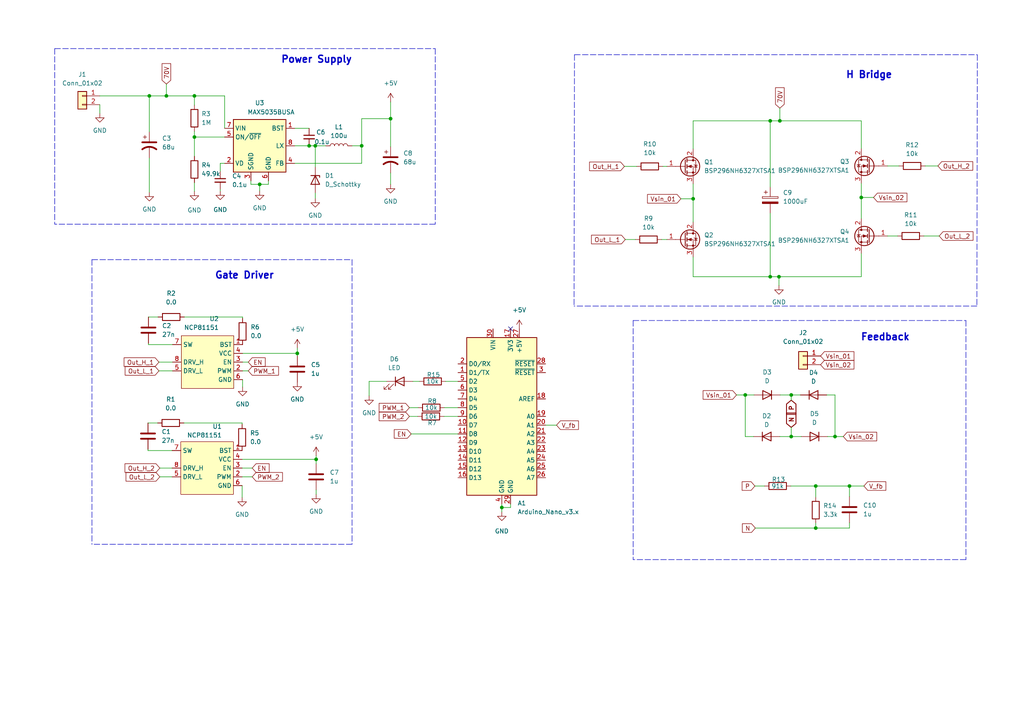
<source format=kicad_sch>
(kicad_sch (version 20211123) (generator eeschema)
  (paper "A4")
  (title_block (title "Inverter 50W") (date "2022-06-25") (rev "1") (company "Designed By Md. Omor Faruk"))
  (lib_symbols
    (symbol "Connector_Generic:Conn_01x02" (pin_names (offset 1.016) hide)
      (property "Reference" "J" (at 0 2.54 0))
      (property "Value" "Conn_01x02" (at 0 -5.08 0))
      (symbol "Conn_01x02_1_1"
        (rectangle (start -1.27 -2.413) (end 0 -2.667) (stroke (width 0.1524)))
        (rectangle (start -1.27 0.127) (end 0 -0.127) (stroke (width 0.1524)))
        (rectangle (start -1.27 1.27) (end 1.27 -3.81) (stroke (width 0.254)) (fill (type background)))
        (pin passive line (at -5.08 0 0) (length 3.81) (name "Pin_1") (number "1"))
        (pin passive line (at -5.08 -2.54 0) (length 3.81) (name "Pin_2") (number "2"))
      )
    )
    (symbol "Device:C" (pin_numbers hide) (pin_names (offset 0.254))
      (property "Reference" "C" (at 0.635 2.54 0))
      (property "Value" "C" (at 0.635 -2.54 0))
      (symbol "C_0_1"
        (polyline (pts (xy -2.032 -0.762) (xy 2.032 -0.762)) (stroke (width 0.508)))
        (polyline (pts (xy -2.032 0.762) (xy 2.032 0.762)) (stroke (width 0.508)))
      )
      (symbol "C_1_1"
        (pin passive line (at 0 3.81 270) (length 2.794) (name "~") (number "1"))
        (pin passive line (at 0 -3.81 90) (length 2.794) (name "~") (number "2"))
      )
    )
    (symbol "Device:C_Polarized" (pin_numbers hide) (pin_names (offset 0.254))
      (property "Reference" "C" (at 0.635 2.54 0))
      (property "Value" "C_Polarized" (at 0.635 -2.54 0))
      (symbol "C_Polarized_0_1"
        (rectangle (start -2.286 0.508) (end 2.286 1.016))
        (polyline (pts (xy -1.778 2.286) (xy -0.762 2.286)))
        (polyline (pts (xy -1.27 2.794) (xy -1.27 1.778)))
        (rectangle (start 2.286 -0.508) (end -2.286 -1.016) (fill (type outline)))
      )
      (symbol "C_Polarized_1_1"
        (pin passive line (at 0 3.81 270) (length 2.794) (name "~") (number "1"))
        (pin passive line (at 0 -3.81 90) (length 2.794) (name "~") (number "2"))
      )
    )
    (symbol "Device:C_Polarized_US" (pin_numbers hide) (pin_names (offset 0.254) hide)
      (property "Reference" "C" (at 0.635 2.54 0))
      (property "Value" "C_Polarized_US" (at 0.635 -2.54 0))
      (symbol "C_Polarized_US_0_1"
        (polyline (pts (xy -2.032 0.762) (xy 2.032 0.762)) (stroke (width 0.508)))
        (polyline (pts (xy -1.778 2.286) (xy -0.762 2.286)))
        (polyline (pts (xy -1.27 1.778) (xy -1.27 2.794)))
        (arc (start 2.032 -1.27) (mid 0 -0.5572) (end -2.032 -1.27) (stroke (width 0.508)))
      )
      (symbol "C_Polarized_US_1_1"
        (pin passive line (at 0 3.81 270) (length 2.794) (name "~") (number "1"))
        (pin passive line (at 0 -3.81 90) (length 3.302) (name "~") (number "2"))
      )
    )
    (symbol "Device:C_Small" (pin_numbers hide) (pin_names (offset 0.254) hide)
      (property "Reference" "C" (at 0.254 1.778 0))
      (property "Value" "C_Small" (at 0.254 -2.032 0))
      (symbol "C_Small_0_1"
        (polyline (pts (xy -1.524 -0.508) (xy 1.524 -0.508)) (stroke (width 0.3302)))
        (polyline (pts (xy -1.524 0.508) (xy 1.524 0.508)) (stroke (width 0.3048)))
      )
      (symbol "C_Small_1_1"
        (pin passive line (at 0 2.54 270) (length 2.032) (name "~") (number "1"))
        (pin passive line (at 0 -2.54 90) (length 2.032) (name "~") (number "2"))
      )
    )
    (symbol "Device:D" (pin_numbers hide) (pin_names (offset 1.016) hide)
      (property "Reference" "D" (at 0 2.54 0))
      (property "Value" "D" (at 0 -2.54 0))
      (symbol "D_0_1"
        (polyline (pts (xy -1.27 1.27) (xy -1.27 -1.27)) (stroke (width 0.254)))
        (polyline (pts (xy 1.27 0) (xy -1.27 0)))
        (polyline (pts (xy 1.27 1.27) (xy 1.27 -1.27) (xy -1.27 0) (xy 1.27 1.27)) (stroke (width 0.254)))
      )
      (symbol "D_1_1"
        (pin passive line (at -3.81 0 0) (length 2.54) (name "K") (number "1"))
        (pin passive line (at 3.81 0 180) (length 2.54) (name "A") (number "2"))
      )
    )
    (symbol "Device:D_Zener" (pin_numbers hide) (pin_names (offset 1.016) hide)
      (property "Reference" "D" (at 0 2.54 0))
      (property "Value" "D_Zener" (at 0 -2.54 0))
      (symbol "D_Zener_0_1"
        (polyline (pts (xy 1.27 0) (xy -1.27 0)))
        (polyline (pts (xy -1.27 -1.27) (xy -1.27 1.27) (xy -0.762 1.27)) (stroke (width 0.254)))
        (polyline (pts (xy 1.27 -1.27) (xy 1.27 1.27) (xy -1.27 0) (xy 1.27 -1.27)) (stroke (width 0.254)))
      )
      (symbol "D_Zener_1_1"
        (pin passive line (at -3.81 0 0) (length 2.54) (name "K") (number "1"))
        (pin passive line (at 3.81 0 180) (length 2.54) (name "A") (number "2"))
      )
    )
    (symbol "Device:L" (pin_numbers hide) (pin_names (offset 1.016) hide)
      (property "Reference" "L" (at -1.27 0 90))
      (property "Value" "L" (at 1.905 0 90))
      (symbol "L_0_1"
        (arc (start 0 -2.54) (mid 0.635 -1.905) (end 0 -1.27))
        (arc (start 0 -1.27) (mid 0.635 -0.635) (end 0 0))
        (arc (start 0 0) (mid 0.635 0.635) (end 0 1.27))
        (arc (start 0 1.27) (mid 0.635 1.905) (end 0 2.54))
      )
      (symbol "L_1_1"
        (pin passive line (at 0 3.81 270) (length 1.27) (name "1") (number "1"))
        (pin passive line (at 0 -3.81 90) (length 1.27) (name "2") (number "2"))
      )
    )
    (symbol "Device:LED" (pin_numbers hide) (pin_names (offset 1.016) hide)
      (property "Reference" "D" (at 0 2.54 0))
      (property "Value" "LED" (at 0 -2.54 0))
      (symbol "LED_0_1"
        (polyline (pts (xy -1.27 -1.27) (xy -1.27 1.27)) (stroke (width 0.254)))
        (polyline (pts (xy -1.27 0) (xy 1.27 0)))
        (polyline (pts (xy 1.27 -1.27) (xy 1.27 1.27) (xy -1.27 0) (xy 1.27 -1.27)) (stroke (width 0.254)))
        (polyline (pts (xy -3.048 -0.762) (xy -4.572 -2.286) (xy -3.81 -2.286) (xy -4.572 -2.286) (xy -4.572 -1.524)))
        (polyline (pts (xy -1.778 -0.762) (xy -3.302 -2.286) (xy -2.54 -2.286) (xy -3.302 -2.286) (xy -3.302 -1.524)))
      )
      (symbol "LED_1_1"
        (pin passive line (at -3.81 0 0) (length 2.54) (name "K") (number "1"))
        (pin passive line (at 3.81 0 180) (length 2.54) (name "A") (number "2"))
      )
    )
    (symbol "Device:Q_NMOS_GDS" (pin_names (offset 0) hide)
      (property "Reference" "Q" (at 5.08 1.27 0))
      (property "Value" "Q_NMOS_GDS" (at 5.08 -1.27 0))
      (symbol "Q_NMOS_GDS_0_1"
        (polyline (pts (xy 0.254 0) (xy -2.54 0)))
        (polyline (pts (xy 0.254 1.905) (xy 0.254 -1.905)) (stroke (width 0.254)))
        (polyline (pts (xy 0.762 -1.27) (xy 0.762 -2.286)) (stroke (width 0.254)))
        (polyline (pts (xy 0.762 0.508) (xy 0.762 -0.508)) (stroke (width 0.254)))
        (polyline (pts (xy 0.762 2.286) (xy 0.762 1.27)) (stroke (width 0.254)))
        (polyline (pts (xy 2.54 2.54) (xy 2.54 1.778)))
        (polyline (pts (xy 2.54 -2.54) (xy 2.54 0) (xy 0.762 0)))
        (polyline (pts (xy 0.762 -1.778) (xy 3.302 -1.778) (xy 3.302 1.778) (xy 0.762 1.778)))
        (polyline (pts (xy 1.016 0) (xy 2.032 0.381) (xy 2.032 -0.381) (xy 1.016 0)) (fill (type outline)))
        (polyline (pts (xy 2.794 0.508) (xy 2.921 0.381) (xy 3.683 0.381) (xy 3.81 0.254)))
        (polyline (pts (xy 3.302 0.381) (xy 2.921 -0.254) (xy 3.683 -0.254) (xy 3.302 0.381)))
        (circle (center 1.651 0) (radius 2.794) (stroke (width 0.254)))
        (circle (center 2.54 -1.778) (radius 0.254) (fill (type outline)))
        (circle (center 2.54 1.778) (radius 0.254) (fill (type outline)))
      )
      (symbol "Q_NMOS_GDS_1_1"
        (pin input line (at -5.08 0 0) (length 2.54) (name "G") (number "1"))
        (pin passive line (at 2.54 5.08 270) (length 2.54) (name "D") (number "2"))
        (pin passive line (at 2.54 -5.08 90) (length 2.54) (name "S") (number "3"))
      )
    )
    (symbol "Device:R" (pin_numbers hide) (pin_names (offset 0))
      (property "Reference" "R" (at 2.032 0 90))
      (property "Value" "R" (at 0 0 90))
      (symbol "R_0_1"
        (rectangle (start -1.016 -2.54) (end 1.016 2.54) (stroke (width 0.254)))
      )
      (symbol "R_1_1"
        (pin passive line (at 0 3.81 270) (length 1.27) (name "~") (number "1"))
        (pin passive line (at 0 -3.81 90) (length 1.27) (name "~") (number "2"))
      )
    )
    (symbol "MCU_Module:Arduino_Nano_v3.x"
      (property "Reference" "A" (at -10.16 23.495 0))
      (property "Value" "Arduino_Nano_v3.x" (at 5.08 -24.13 0))
      (symbol "Arduino_Nano_v3.x_0_1"
        (rectangle (start -10.16 22.86) (end 10.16 -22.86) (stroke (width 0.254)) (fill (type background)))
      )
      (symbol "Arduino_Nano_v3.x_1_1"
        (pin bidirectional line (at -12.7 12.7 0) (length 2.54) (name "D1/TX") (number "1"))
        (pin bidirectional line (at -12.7 -2.54 0) (length 2.54) (name "D7") (number "10"))
        (pin bidirectional line (at -12.7 -5.08 0) (length 2.54) (name "D8") (number "11"))
        (pin bidirectional line (at -12.7 -7.62 0) (length 2.54) (name "D9") (number "12"))
        (pin bidirectional line (at -12.7 -10.16 0) (length 2.54) (name "D10") (number "13"))
        (pin bidirectional line (at -12.7 -12.7 0) (length 2.54) (name "D11") (number "14"))
        (pin bidirectional line (at -12.7 -15.24 0) (length 2.54) (name "D12") (number "15"))
        (pin bidirectional line (at -12.7 -17.78 0) (length 2.54) (name "D13") (number "16"))
        (pin power_out line (at 2.54 25.4 270) (length 2.54) (name "3V3") (number "17"))
        (pin input line (at 12.7 5.08 180) (length 2.54) (name "AREF") (number "18"))
        (pin bidirectional line (at 12.7 0 180) (length 2.54) (name "A0") (number "19"))
        (pin bidirectional line (at -12.7 15.24 0) (length 2.54) (name "D0/RX") (number "2"))
        (pin bidirectional line (at 12.7 -2.54 180) (length 2.54) (name "A1") (number "20"))
        (pin bidirectional line (at 12.7 -5.08 180) (length 2.54) (name "A2") (number "21"))
        (pin bidirectional line (at 12.7 -7.62 180) (length 2.54) (name "A3") (number "22"))
        (pin bidirectional line (at 12.7 -10.16 180) (length 2.54) (name "A4") (number "23"))
        (pin bidirectional line (at 12.7 -12.7 180) (length 2.54) (name "A5") (number "24"))
        (pin bidirectional line (at 12.7 -15.24 180) (length 2.54) (name "A6") (number "25"))
        (pin bidirectional line (at 12.7 -17.78 180) (length 2.54) (name "A7") (number "26"))
        (pin power_out line (at 5.08 25.4 270) (length 2.54) (name "+5V") (number "27"))
        (pin input line (at 12.7 15.24 180) (length 2.54) (name "~{RESET}") (number "28"))
        (pin power_in line (at 2.54 -25.4 90) (length 2.54) (name "GND") (number "29"))
        (pin input line (at 12.7 12.7 180) (length 2.54) (name "~{RESET}") (number "3"))
        (pin power_in line (at -2.54 25.4 270) (length 2.54) (name "VIN") (number "30"))
        (pin power_in line (at 0 -25.4 90) (length 2.54) (name "GND") (number "4"))
        (pin bidirectional line (at -12.7 10.16 0) (length 2.54) (name "D2") (number "5"))
        (pin bidirectional line (at -12.7 7.62 0) (length 2.54) (name "D3") (number "6"))
        (pin bidirectional line (at -12.7 5.08 0) (length 2.54) (name "D4") (number "7"))
        (pin bidirectional line (at -12.7 2.54 0) (length 2.54) (name "D5") (number "8"))
        (pin bidirectional line (at -12.7 0 0) (length 2.54) (name "D6") (number "9"))
      )
    )
    (symbol "NCP81151_1"
      (property "Reference" "U" (at -2.54 12.7 0))
      (property "Value" "NCP81151_1" (at 0 -10.16 0))
      (symbol "NCP81151_1_0_1"
        (rectangle (start -5.08 7.62) (end 10.16 -7.62) (fill (type background)))
      )
      (symbol "NCP81151_1_1_1"
        (pin input line (at -7.62 5.08 0) (length 2.54) (name "BST") (number "1"))
        (pin input line (at -7.62 -2.54 0) (length 2.54) (name "PWM") (number "2"))
        (pin power_in line (at -7.62 0 0) (length 2.54) (name "EN") (number "3"))
        (pin power_in line (at -7.62 2.54 0) (length 2.54) (name "VCC") (number "4"))
        (pin output line (at 12.7 -2.54 180) (length 2.54) (name "DRV_L") (number "5"))
        (pin power_in line (at -7.62 -5.08 0) (length 2.54) (name "GND") (number "6"))
        (pin output line (at 12.7 5.08 180) (length 2.54) (name "SW") (number "7"))
        (pin output line (at 12.7 0 180) (length 2.54) (name "DRV_H") (number "8"))
        (pin power_in line (at -7.62 -5.08 0) (length 2.54) hide (name "") (number "9"))
      )
    )
    (symbol "Regulator_Switching:MAX5035BUSA"
      (property "Reference" "U" (at -7.62 8.89 0))
      (property "Value" "MAX5035BUSA" (at -2.54 8.89 0))
      (symbol "MAX5035BUSA_0_1"
        (rectangle (start -7.62 7.62) (end 7.62 -7.62) (stroke (width 0.254)) (fill (type background)))
      )
      (symbol "MAX5035BUSA_1_1"
        (pin passive line (at 10.16 5.08 180) (length 2.54) (name "BST") (number "1"))
        (pin passive line (at -10.16 -5.08 0) (length 2.54) (name "VD") (number "2"))
        (pin power_in line (at -2.54 -10.16 90) (length 2.54) (name "SGND") (number "3"))
        (pin input line (at 10.16 -5.08 180) (length 2.54) (name "FB") (number "4"))
        (pin input line (at -10.16 2.54 0) (length 2.54) (name "ON/~{OFF}") (number "5"))
        (pin power_in line (at 2.54 -10.16 90) (length 2.54) (name "GND") (number "6"))
        (pin power_in line (at -10.16 5.08 0) (length 2.54) (name "VIN") (number "7"))
        (pin output line (at 10.16 0 180) (length 2.54) (name "LX") (number "8"))
      )
    )
    (symbol "Symbols:NCP81151"
      (property "Reference" "U" (at -2.54 12.7 0))
      (property "Value" "NCP81151" (at 0 -10.16 0))
      (symbol "NCP81151_0_1"
        (rectangle (start -5.08 7.62) (end 10.16 -7.62) (fill (type background)))
      )
      (symbol "NCP81151_1_1"
        (pin input line (at -7.62 5.08 0) (length 2.54) (name "BST") (number "1"))
        (pin input line (at -7.62 -2.54 0) (length 2.54) (name "PWM") (number "2"))
        (pin power_in line (at -7.62 0 0) (length 2.54) (name "EN") (number "3"))
        (pin power_in line (at -7.62 2.54 0) (length 2.54) (name "VCC") (number "4"))
        (pin output line (at 12.7 -2.54 180) (length 2.54) (name "DRV_L") (number "5"))
        (pin power_in line (at -7.62 -5.08 0) (length 2.54) (name "GND") (number "6"))
        (pin output line (at 12.7 5.08 180) (length 2.54) (name "SW") (number "7"))
        (pin output line (at 12.7 0 180) (length 2.54) (name "DRV_H") (number "8"))
        (pin power_in line (at -7.62 -5.08 0) (length 2.54) hide (name "") (number "9"))
      )
    )
    (symbol "power:+5V" (power) (pin_names (offset 0))
      (property "Value" "+5V" (at 0 3.556 0))
      (symbol "+5V_0_1"
        (polyline (pts (xy -0.762 1.27) (xy 0 2.54)))
        (polyline (pts (xy 0 0) (xy 0 2.54)))
        (polyline (pts (xy 0 2.54) (xy 0.762 1.27)))
      )
      (symbol "+5V_1_1"
        (pin power_in line (at 0 0 90) (length 0) hide (name "+5V") (number "1"))
      )
    )
    (symbol "power:GND" (power) (pin_names (offset 0))
      (property "Value" "GND" (at 0 -3.81 0))
      (symbol "GND_0_1"
        (polyline (pts (xy 0 0) (xy 0 -1.27) (xy 1.27 -1.27) (xy 0 -2.54) (xy -1.27 -1.27) (xy 0 -1.27)))
      )
      (symbol "GND_1_1"
        (pin power_in line (at 0 0 270) (length 0) hide (name "GND") (number "1"))
      )
    )
  )
  (junction (at 242.189 126.619))
  (junction (at 236.601 140.97))
  (junction (at 236.601 153.162))
  (junction (at 246.38 140.97))
  (junction (at 104.902 42.291))
  (junction (at 89.662 42.291))
  (junction (at 75.311 53.467))
  (junction (at 226.187 35.052))
  (junction (at 201.041 57.658))
  (junction (at 43.307 27.813))
  (junction (at 56.388 39.751))
  (junction (at 223.393 80.264))
  (junction (at 249.809 57.277))
  (junction (at 56.388 27.813))
  (junction (at 113.284 34.417))
  (junction (at 216.154 114.554))
  (junction (at 91.44 42.291))
  (junction (at 229.489 114.554))
  (junction (at 223.393 35.052))
  (junction (at 145.542 147.193))
  (junction (at 86.233 102.489))
  (junction (at 229.489 126.619))
  (junction (at 48.26 27.813))
  (junction (at 225.933 80.264))
  (junction (at 91.694 133.223))
  (no_connect (at 148.082 95.377))
  (wire (pts (xy 77.851 53.467) (xy 75.311 53.467)))
  (wire (pts (xy 148.082 146.177) (xy 148.082 147.193)))
  (wire (pts (xy 91.44 57.531) (xy 91.44 56.007)))
  (wire (pts (xy 113.284 29.591) (xy 113.284 34.417)))
  (wire (pts (xy 242.189 126.619) (xy 240.03 126.619)))
  (wire (pts (xy 201.041 57.658) (xy 201.041 64.389)))
  (wire (pts (xy 65.151 27.813) (xy 65.151 37.211)))
  (wire (pts (xy 70.231 144.272) (xy 70.231 140.843)))
  (wire (pts (xy 53.34 122.682) (xy 70.231 122.682)))
  (wire (pts (xy 56.388 27.813) (xy 56.388 30.48)))
  (wire (pts (xy 104.902 42.291) (xy 104.902 34.417)))
  (wire (pts (xy 70.358 112.268) (xy 70.358 110.109)))
  (wire (pts (xy 242.189 114.554) (xy 242.189 126.619)))
  (wire (pts (xy 249.809 57.277) (xy 249.809 63.373)))
  (wire (pts (xy 48.26 24.384) (xy 48.26 27.813)))
  (wire (pts (xy 197.485 57.658) (xy 201.041 57.658)))
  (wire (pts (xy 226.187 35.052) (xy 223.393 35.052)))
  (polyline (pts (xy 126.238 65.024) (xy 15.875 65.024)))
  (wire (pts (xy 72.009 107.569) (xy 70.358 107.569)))
  (wire (pts (xy 46.355 135.763) (xy 49.911 135.763)))
  (polyline (pts (xy 126.238 14.097) (xy 126.238 65.024)))
  (polyline (pts (xy 15.875 14.097) (xy 15.875 65.024)))
  (polyline (pts (xy 283.337 88.773) (xy 166.497 88.773)))
  (wire (pts (xy 113.284 53.467) (xy 113.284 50.165)))
  (wire (pts (xy 91.694 143.383) (xy 91.694 142.113)))
  (wire (pts (xy 65.151 47.371) (xy 63.881 47.371)))
  (wire (pts (xy 226.314 114.554) (xy 229.489 114.554)))
  (wire (pts (xy 201.041 74.549) (xy 201.041 80.264)))
  (wire (pts (xy 201.041 80.264) (xy 223.393 80.264)))
  (wire (pts (xy 246.38 140.97) (xy 250.571 140.97)))
  (wire (pts (xy 107.061 110.617) (xy 107.061 114.808)))
  (wire (pts (xy 229.362 140.97) (xy 236.601 140.97)))
  (wire (pts (xy 86.233 102.489) (xy 86.233 103.251)))
  (wire (pts (xy 73.152 138.303) (xy 70.231 138.303)))
  (wire (pts (xy 43.307 27.813) (xy 43.307 38.227)))
  (wire (pts (xy 56.388 38.1) (xy 56.388 39.751)))
  (wire (pts (xy 218.567 126.619) (xy 216.154 126.619)))
  (wire (pts (xy 249.809 57.277) (xy 253.365 57.277)))
  (wire (pts (xy 260.35 68.453) (xy 257.429 68.453)))
  (wire (pts (xy 89.662 37.211) (xy 85.471 37.211)))
  (wire (pts (xy 86.233 102.489) (xy 86.233 100.965)))
  (wire (pts (xy 192.278 48.26) (xy 193.421 48.26)))
  (wire (pts (xy 145.542 148.463) (xy 145.542 147.193)))
  (wire (pts (xy 223.393 35.052) (xy 223.393 54.229)))
  (wire (pts (xy 260.731 48.133) (xy 257.429 48.133)))
  (polyline (pts (xy 15.875 14.097) (xy 126.238 14.097)))
  (wire (pts (xy 56.388 55.499) (xy 56.388 52.959)))
  (wire (pts (xy 63.881 55.372) (xy 63.881 54.864)))
  (polyline (pts (xy 102.108 157.861) (xy 26.67 157.861)))
  (polyline (pts (xy 166.624 15.875) (xy 166.497 88.773)))
  (polyline (pts (xy 26.67 75.311) (xy 26.67 157.861)))
  (wire (pts (xy 28.956 32.893) (xy 28.956 30.353)))
  (wire (pts (xy 229.489 126.619) (xy 232.41 126.619)))
  (wire (pts (xy 128.778 120.777) (xy 132.842 120.777)))
  (wire (pts (xy 225.933 80.264) (xy 225.933 82.804)))
  (wire (pts (xy 225.933 80.264) (xy 249.809 80.264)))
  (wire (pts (xy 201.041 35.052) (xy 201.041 43.18)))
  (wire (pts (xy 49.911 130.683) (xy 42.926 130.683)))
  (wire (pts (xy 246.38 140.97) (xy 246.38 144.018)))
  (wire (pts (xy 218.948 140.97) (xy 221.742 140.97)))
  (wire (pts (xy 42.926 122.682) (xy 45.72 122.682)))
  (wire (pts (xy 70.231 122.682) (xy 70.231 123.063)))
  (polyline (pts (xy 183.642 92.964) (xy 183.642 162.306)))
  (wire (pts (xy 91.44 42.291) (xy 94.488 42.291)))
  (wire (pts (xy 216.154 114.554) (xy 218.694 114.554)))
  (wire (pts (xy 113.284 34.417) (xy 113.284 42.545)))
  (wire (pts (xy 72.771 52.451) (xy 72.771 53.467)))
  (wire (pts (xy 104.902 47.371) (xy 85.471 47.371)))
  (polyline (pts (xy 280.162 162.306) (xy 183.642 162.306)))
  (wire (pts (xy 272.034 48.133) (xy 268.351 48.133)))
  (wire (pts (xy 226.187 126.619) (xy 229.489 126.619)))
  (polyline (pts (xy 283.464 15.875) (xy 283.337 88.773)))
  (wire (pts (xy 70.231 133.223) (xy 91.694 133.223)))
  (wire (pts (xy 56.388 27.813) (xy 65.151 27.813)))
  (wire (pts (xy 201.041 53.34) (xy 201.041 57.658)))
  (wire (pts (xy 148.082 147.193) (xy 145.542 147.193)))
  (wire (pts (xy 216.154 126.619) (xy 216.154 114.554)))
  (wire (pts (xy 104.902 34.417) (xy 113.284 34.417)))
  (wire (pts (xy 161.417 123.317) (xy 158.242 123.317)))
  (wire (pts (xy 246.38 153.162) (xy 236.601 153.162)))
  (wire (pts (xy 118.745 118.237) (xy 121.285 118.237)))
  (wire (pts (xy 77.851 52.451) (xy 77.851 53.467)))
  (wire (pts (xy 43.053 99.949) (xy 43.053 99.568)))
  (polyline (pts (xy 102.108 75.311) (xy 102.108 157.861)))
  (wire (pts (xy 70.358 91.948) (xy 70.358 92.329)))
  (wire (pts (xy 249.809 53.213) (xy 249.809 57.277)))
  (wire (pts (xy 249.809 35.052) (xy 226.187 35.052)))
  (wire (pts (xy 46.101 105.029) (xy 50.038 105.029)))
  (wire (pts (xy 181.102 48.26) (xy 184.658 48.26)))
  (wire (pts (xy 42.926 130.683) (xy 42.926 130.302)))
  (polyline (pts (xy 280.162 92.964) (xy 280.162 162.306)))
  (wire (pts (xy 236.601 140.97) (xy 246.38 140.97)))
  (wire (pts (xy 48.26 27.813) (xy 56.388 27.813)))
  (wire (pts (xy 104.902 42.291) (xy 104.902 47.371)))
  (wire (pts (xy 107.061 110.617) (xy 112.141 110.617)))
  (wire (pts (xy 223.393 35.052) (xy 201.041 35.052)))
  (wire (pts (xy 53.467 91.948) (xy 70.358 91.948)))
  (wire (pts (xy 181.356 69.469) (xy 184.277 69.469)))
  (wire (pts (xy 223.393 61.849) (xy 223.393 80.264)))
  (wire (pts (xy 246.38 151.638) (xy 246.38 153.162)))
  (wire (pts (xy 43.307 55.753) (xy 43.307 45.847)))
  (wire (pts (xy 226.187 31.369) (xy 226.187 35.052)))
  (wire (pts (xy 56.388 39.751) (xy 65.151 39.751)))
  (wire (pts (xy 229.489 114.554) (xy 232.156 114.554)))
  (polyline (pts (xy 183.642 92.964) (xy 280.162 92.964)))
  (wire (pts (xy 236.601 151.765) (xy 236.601 153.162)))
  (wire (pts (xy 223.393 80.264) (xy 225.933 80.264)))
  (wire (pts (xy 89.662 42.291) (xy 85.471 42.291)))
  (wire (pts (xy 91.694 132.207) (xy 91.694 133.223)))
  (wire (pts (xy 89.662 42.291) (xy 91.44 42.291)))
  (wire (pts (xy 213.614 114.554) (xy 216.154 114.554)))
  (wire (pts (xy 70.358 102.489) (xy 86.233 102.489)))
  (wire (pts (xy 239.776 114.554) (xy 242.189 114.554)))
  (wire (pts (xy 70.358 105.029) (xy 72.009 105.029)))
  (wire (pts (xy 91.44 42.291) (xy 91.44 48.387)))
  (wire (pts (xy 119.761 110.617) (xy 121.666 110.617)))
  (wire (pts (xy 119.253 125.857) (xy 132.842 125.857)))
  (wire (pts (xy 28.956 27.813) (xy 43.307 27.813)))
  (wire (pts (xy 244.602 126.619) (xy 242.189 126.619)))
  (wire (pts (xy 229.489 114.554) (xy 229.489 116.078)))
  (wire (pts (xy 46.101 107.569) (xy 50.038 107.569)))
  (wire (pts (xy 45.847 91.948) (xy 43.053 91.948)))
  (wire (pts (xy 249.809 73.533) (xy 249.809 80.264)))
  (wire (pts (xy 236.601 140.97) (xy 236.601 144.145)))
  (wire (pts (xy 219.075 153.162) (xy 236.601 153.162)))
  (wire (pts (xy 128.905 118.237) (xy 132.842 118.237)))
  (wire (pts (xy 102.108 42.291) (xy 104.902 42.291)))
  (wire (pts (xy 145.542 147.193) (xy 145.542 146.177)))
  (wire (pts (xy 229.489 123.952) (xy 229.489 126.619)))
  (wire (pts (xy 249.809 43.053) (xy 249.809 35.052)))
  (wire (pts (xy 46.355 138.303) (xy 49.911 138.303)))
  (wire (pts (xy 63.881 47.371) (xy 63.881 49.784)))
  (wire (pts (xy 73.152 135.763) (xy 70.231 135.763)))
  (wire (pts (xy 50.038 99.949) (xy 43.053 99.949)))
  (polyline (pts (xy 26.67 75.311) (xy 102.108 75.311)))
  (wire (pts (xy 272.415 68.453) (xy 267.97 68.453)))
  (wire (pts (xy 72.771 53.467) (xy 75.311 53.467)))
  (wire (pts (xy 118.745 120.777) (xy 121.158 120.777)))
  (wire (pts (xy 91.694 133.223) (xy 91.694 134.493)))
  (wire (pts (xy 75.311 55.372) (xy 75.311 53.467)))
  (wire (pts (xy 56.388 39.751) (xy 56.388 45.339)))
  (wire (pts (xy 191.897 69.469) (xy 193.421 69.469)))
  (wire (pts (xy 129.286 110.617) (xy 132.842 110.617)))
  (wire (pts (xy 43.307 27.813) (xy 48.26 27.813)))
  (polyline (pts (xy 166.624 15.875) (xy 283.464 15.875)))
  (text "Power Supply" (at 81.407 18.542 0) (effects (font (size 2 2) (thickness 0.4) bold) (justify left bottom)))
  (text "Feedback" (at 249.555 99.06 0) (effects (font (size 2 2) bold) (justify left bottom)))
  (text "H Bridge" (at 245.237 22.987 0) (effects (font (size 2 2) (thickness 0.4) bold) (justify left bottom)))
  (text "Gate Driver" (at 62.23 81.153 0) (effects (font (size 2 2) (thickness 0.4) bold) (justify left bottom)))
  (global_label "V_fb" (shape input) (at 250.571 140.97 0) (property "Intersheet References" "${INTERSHEET_REFS}" (effects hide)))
  (global_label "PWM_2" (shape input) (at 73.152 138.303 0) (property "Intersheet References" "${INTERSHEET_REFS}" (effects hide)))
  (global_label "V_fb" (shape input) (at 161.417 123.317 0) (property "Intersheet References" "${INTERSHEET_REFS}" (effects hide)))
  (global_label "N" (shape input) (at 219.075 153.162 180) (property "Intersheet References" "${INTERSHEET_REFS}" (effects hide)))
  (global_label "Vsin_02" (shape input) (at 253.365 57.277 0) (property "Intersheet References" "${INTERSHEET_REFS}" (effects hide)))
  (global_label "Out_L_2" (shape input) (at 272.415 68.453 0) (property "Intersheet References" "${INTERSHEET_REFS}" (effects hide)))
  (global_label "Out_H_2" (shape input) (at 46.355 135.763 180) (property "Intersheet References" "${INTERSHEET_REFS}" (effects hide)))
  (global_label "Vsin_01" (shape input) (at 237.998 103.251 0) (property "Intersheet References" "${INTERSHEET_REFS}" (effects hide)))
  (global_label "Out_H_1" (shape input) (at 46.101 105.029 180) (property "Intersheet References" "${INTERSHEET_REFS}" (effects hide)))
  (global_label "P" (shape input) (at 218.948 140.97 180) (property "Intersheet References" "${INTERSHEET_REFS}" (effects hide)))
  (global_label "Out_L_1" (shape input) (at 46.101 107.569 180) (property "Intersheet References" "${INTERSHEET_REFS}" (effects hide)))
  (global_label "Out_H_1" (shape input) (at 181.102 48.26 180) (property "Intersheet References" "${INTERSHEET_REFS}" (effects hide)))
  (global_label "EN" (shape input) (at 119.253 125.857 180) (property "Intersheet References" "${INTERSHEET_REFS}" (effects hide)))
  (global_label "P" (shape input) (at 229.489 116.078 270) (effects (font bold)) (property "Intersheet References" "${INTERSHEET_REFS}" (effects hide)))
  (global_label "PWM_2" (shape input) (at 118.745 120.777 180) (property "Intersheet References" "${INTERSHEET_REFS}" (effects hide)))
  (global_label "Vsin_02" (shape input) (at 237.998 105.791 0) (property "Intersheet References" "${INTERSHEET_REFS}" (effects hide)))
  (global_label "EN" (shape input) (at 72.009 105.029 0) (property "Intersheet References" "${INTERSHEET_REFS}" (effects hide)))
  (global_label "PWM_1" (shape input) (at 72.009 107.569 0) (property "Intersheet References" "${INTERSHEET_REFS}" (effects hide)))
  (global_label "Vsin_01" (shape input) (at 213.614 114.554 180) (property "Intersheet References" "${INTERSHEET_REFS}" (effects hide)))
  (global_label "PWM_1" (shape input) (at 118.745 118.237 180) (property "Intersheet References" "${INTERSHEET_REFS}" (effects hide)))
  (global_label "Out_H_2" (shape input) (at 272.034 48.133 0) (property "Intersheet References" "${INTERSHEET_REFS}" (effects hide)))
  (global_label "N" (shape input) (at 229.489 123.952 90) (effects (font bold)) (property "Intersheet References" "${INTERSHEET_REFS}" (effects hide)))
  (global_label "Vsin_02" (shape input) (at 244.602 126.619 0) (property "Intersheet References" "${INTERSHEET_REFS}" (effects hide)))
  (global_label "70V" (shape input) (at 48.26 24.384 90) (property "Intersheet References" "${INTERSHEET_REFS}" (effects hide)))
  (global_label "EN" (shape input) (at 73.152 135.763 0) (property "Intersheet References" "${INTERSHEET_REFS}" (effects hide)))
  (global_label "70V" (shape input) (at 226.187 31.369 90) (property "Intersheet References" "${INTERSHEET_REFS}" (effects hide)))
  (global_label "Out_L_2" (shape input) (at 46.355 138.303 180) (property "Intersheet References" "${INTERSHEET_REFS}" (effects hide)))
  (global_label "Out_L_1" (shape input) (at 181.356 69.469 180) (property "Intersheet References" "${INTERSHEET_REFS}" (effects hide)))
  (global_label "Vsin_01" (shape input) (at 197.485 57.658 180) (property "Intersheet References" "${INTERSHEET_REFS}" (effects hide)))
  (symbol (lib_id "power:GND") (at 70.231 144.272 0) (unit 1)
    (property "Reference" "#PWR0102" (effects hide))
    (property "Value" "GND" (at 70.231 149.225 0))
  )
  (symbol (lib_id "power:GND") (at 91.44 57.531 0) (unit 1)
    (property "Reference" "#PWR0107" (effects hide))
    (property "Value" "GND" (at 91.44 62.484 0))
  )
  (symbol (lib_id "Device:D") (at 222.377 126.619 0) (unit 1)
    (property "Reference" "D2" (at 222.377 120.65 0))
    (property "Value" "D" (at 222.377 123.19 0))
    (property "Footprint" "Diode_SMD:D_SMA" (effects hide))
    (property "Manufacturer part no" "S2BA-13-F" (effects hide))
  )
  (symbol (lib_id "Device:R") (at 56.388 49.149 0) (unit 1)
    (property "Reference" "R4" (at 58.42 47.8789 0) (effects (justify left)))
    (property "Value" "49.9k" (at 58.42 50.4189 0) (effects (justify left)))
    (property "Footprint" "Resistor_SMD:R_0805_2012Metric" (effects hide))
    (property "Manufacturer part no" "PCF0805R-49K9BT1" (effects hide))
  )
  (symbol (lib_id "Device:C_Polarized_US") (at 113.284 46.355 0) (unit 1)
    (property "Reference" "C8" (at 116.967 44.4499 0) (effects (justify left)))
    (property "Value" "68u" (at 116.967 46.9899 0) (effects (justify left)))
    (property "Footprint" "Capacitor_SMD:CP_Elec_6.3x5.2" (effects hide))
    (property "Manufacturer part no" "865080443009" (effects hide))
  )
  (symbol (lib_id "Device:C") (at 246.38 147.828 0) (unit 1)
    (property "Reference" "C10" (at 250.317 146.5579 0) (effects (justify left)))
    (property "Value" "1u" (at 250.317 149.0979 0) (effects (justify left)))
    (property "Footprint" "Capacitor_SMD:C_0805_2012Metric" (effects hide))
    (property "Manufacturer part no" "C0805X105K4RACTU" (effects hide))
  )
  (symbol (lib_id "power:GND") (at 225.933 82.804 0) (unit 1)
    (property "Reference" "#PWR0117" (effects hide))
    (property "Value" "GND" (at 225.933 87.63 0))
  )
  (symbol (lib_id "Device:D_Zener") (at 91.44 52.197 270) (unit 1)
    (property "Reference" "D1" (at 94.234 50.9269 90) (effects (justify left)))
    (property "Value" "D_Schottky" (at 94.234 53.4669 90) (effects (justify left)))
    (property "Footprint" "Footprints:DO-221(AC)" (effects hide))
    (property "Manufacturer part no" "VSSAF510HM3" (effects hide))
  )
  (symbol (lib_id "power:GND") (at 56.388 55.499 0) (unit 1)
    (property "Reference" "#PWR0110" (effects hide))
    (property "Value" "GND" (at 56.388 60.96 0))
  )
  (symbol (lib_id "Device:R") (at 225.552 140.97 90) (unit 1)
    (property "Reference" "R13" (at 225.806 139.065 90))
    (property "Value" "91k" (at 225.552 140.97 90))
    (property "Footprint" "Resistor_SMD:R_0805_2012Metric" (effects hide))
    (property "Manufacturer part no" "CRCW080591K0FKEA" (effects hide))
  )
  (symbol (lib_id "Device:C_Small") (at 63.881 52.324 0) (unit 1)
    (property "Reference" "C4" (at 67.31 51.0539 0) (effects (justify left)))
    (property "Value" "0.1u" (at 67.31 53.5939 0) (effects (justify left)))
    (property "Footprint" "Capacitor_SMD:C_0805_2012Metric" (effects hide))
    (property "Manufacturer part no" "CC0805KRX7R7BB104" (effects hide))
  )
  (symbol (lib_id "Device:C") (at 86.233 107.061 0) (unit 1)
    (property "Reference" "C5" (at 90.17 105.7909 0) (effects (justify left)))
    (property "Value" "1u" (at 90.17 108.3309 0) (effects (justify left)))
    (property "Footprint" "Capacitor_SMD:C_0805_2012Metric" (effects hide))
    (property "Manufacturer part no" "C0805X105K4RACTU" (effects hide))
  )
  (symbol (lib_id "Device:R") (at 125.095 118.237 90) (unit 1)
    (property "Reference" "R8" (at 125.349 116.332 90))
    (property "Value" "10k" (at 125.095 118.237 90))
    (property "Footprint" "Resistor_SMD:R_0805_2012Metric" (effects hide))
    (property "Manufacturer part no" "ASC0805-10KFT5" (effects hide))
  )
  (symbol (lib_id "power:+5V") (at 150.622 95.377 0) (unit 1)
    (property "Reference" "#PWR0112" (effects hide))
    (property "Value" "+5V" (at 150.622 89.916 0))
  )
  (symbol (lib_id "power:GND") (at 113.284 53.467 0) (unit 1)
    (property "Reference" "#PWR0106" (effects hide))
    (property "Value" "GND" (at 113.284 58.42 0))
  )
  (symbol (lib_id "Device:R") (at 125.476 110.617 90) (unit 1)
    (property "Reference" "R15" (at 125.73 108.712 90))
    (property "Value" "10k" (at 125.476 110.617 90))
    (property "Footprint" "Resistor_SMD:R_0805_2012Metric" (effects hide))
    (property "Manufacturer part no" "ASC0805-10KFT5" (effects hide))
  )
  (symbol (lib_id "Device:D") (at 222.504 114.554 180) (unit 1)
    (property "Reference" "D3" (at 222.504 107.95 0))
    (property "Value" "D" (at 222.504 110.49 0))
    (property "Footprint" "Diode_SMD:D_SMA" (effects hide))
    (property "Manufacturer part no" "S2BA-13-F" (effects hide))
  )
  (symbol (lib_id "power:GND") (at 63.881 55.372 0) (unit 1)
    (property "Reference" "#PWR0108" (effects hide))
    (property "Value" "GND" (at 63.881 60.833 0))
  )
  (symbol (lib_id "Device:C_Small") (at 89.662 39.751 0) (unit 1)
    (property "Reference" "C6" (at 91.694 38.354 0) (effects (justify left)))
    (property "Value" "0.1u" (at 91.186 41.148 0) (effects (justify left)))
    (property "Footprint" "Capacitor_SMD:C_0805_2012Metric" (effects hide))
    (property "Manufacturer part no" "CC0805KRX7R7BB104" (effects hide))
  )
  (symbol (lib_id "power:GND") (at 43.307 55.753 0) (unit 1)
    (property "Reference" "#PWR0109" (effects hide))
    (property "Value" "GND" (at 43.307 60.706 0))
  )
  (symbol (lib_id "Device:R") (at 124.968 120.777 90) (unit 1)
    (property "Reference" "R7" (at 125.349 122.682 90))
    (property "Value" "10k" (at 124.968 120.777 90))
    (property "Footprint" "Resistor_SMD:R_0805_2012Metric" (effects hide))
    (property "Manufacturer part no" "ASC0805-10KFT5" (effects hide))
  )
  (symbol (lib_id "MCU_Module:Arduino_Nano_v3.x") (at 145.542 120.777 0) (unit 1)
    (property "Reference" "A1" (at 150.1014 145.923 0) (effects (justify left)))
    (property "Value" "Arduino_Nano_v3.x" (at 150.1014 148.463 0) (effects (justify left)))
    (property "Footprint" "Module:Arduino_Nano" (effects hide))
    (property "Datasheet" "http://www.mouser.com/pdfdocs/Gravitech_Arduino_Nano3_0.pdf" (effects hide))
    (property "Manufacturer part no" "A000005" (effects hide))
  )
  (symbol (lib_id "Device:R") (at 264.16 68.453 90) (unit 1)
    (property "Reference" "R11" (at 264.16 62.357 90))
    (property "Value" "10k" (at 264.16 64.897 90))
    (property "Footprint" "Resistor_SMD:R_0805_2012Metric" (effects hide))
    (property "Manufacturer part no" "ASC0805-10KFT5" (effects hide))
  )
  (symbol (lib_id "power:+5V") (at 86.233 100.965 0) (unit 1)
    (property "Reference" "#PWR0115" (effects hide))
    (property "Value" "+5V" (at 86.233 95.504 0))
  )
  (symbol (lib_id "Device:R") (at 70.231 126.873 180) (unit 1)
    (property "Reference" "R5" (at 72.517 125.6029 0) (effects (justify right)))
    (property "Value" "0.0" (at 72.517 128.1429 0) (effects (justify right)))
    (property "Footprint" "Resistor_SMD:R_0603_1608Metric" (effects hide))
    (property "Manufacturer part no" "RC0603JR-070RL" (effects hide))
  )
  (symbol (lib_name "NCP81151_1") (lib_id "Symbols:NCP81151") (at 62.738 105.029 0) (mirror y) (unit 1)
    (property "Reference" "U2" (at 63.5 92.456 0) (effects (justify left)))
    (property "Value" "NCP81151" (at 63.5 94.996 0) (effects (justify left)))
    (property "Footprint" "Footprints:NCP81151" (effects hide))
    (property "Manufacturer part no" "NCP81151" (effects hide))
  )
  (symbol (lib_id "Device:C_Polarized") (at 223.393 58.039 0) (unit 1)
    (property "Reference" "C9" (at 227.076 55.8799 0) (effects (justify left)))
    (property "Value" "1000uF" (at 227.076 58.4199 0) (effects (justify left)))
    (property "Footprint" "Capacitor_THT:CP_Radial_D18.0mm_P7.50mm" (effects hide))
    (property "Manufacturer part no" "ECA2AM102" (effects hide))
  )
  (symbol (lib_id "Device:Q_NMOS_GDS") (at 198.501 48.26 0) (unit 1)
    (property "Reference" "Q1" (at 204.216 46.9899 0) (effects (justify left)))
    (property "Value" "BSP296NH6327XTSA1" (at 204.216 49.5299 0) (effects (justify left)))
    (property "Footprint" "Package_TO_SOT_SMD:SOT-223-3_TabPin2" (effects hide))
    (property "Manufacturer part no" "BSP296NH6327XTSA1" (effects hide))
  )
  (symbol (lib_id "power:GND") (at 70.358 112.268 0) (unit 1)
    (property "Reference" "#PWR0114" (effects hide))
    (property "Value" "GND" (at 70.358 117.221 0))
  )
  (symbol (lib_id "Device:R") (at 70.358 96.139 180) (unit 1)
    (property "Reference" "R6" (at 72.644 94.8689 0) (effects (justify right)))
    (property "Value" "0.0" (at 72.644 97.4089 0) (effects (justify right)))
    (property "Footprint" "Resistor_SMD:R_0603_1608Metric" (effects hide))
    (property "Manufacturer part no" "RC0603JR-070RL" (effects hide))
  )
  (symbol (lib_id "Device:R") (at 264.541 48.133 90) (unit 1)
    (property "Reference" "R12" (at 264.541 42.037 90))
    (property "Value" "10k" (at 264.541 44.577 90))
    (property "Footprint" "Resistor_SMD:R_0805_2012Metric" (effects hide))
    (property "Manufacturer part no" "ASC0805-10KFT5" (effects hide))
  )
  (symbol (lib_id "Device:R") (at 49.657 91.948 90) (unit 1)
    (property "Reference" "R2" (at 49.657 85.09 90))
    (property "Value" "0.0" (at 49.657 87.63 90))
    (property "Footprint" "Resistor_SMD:R_0603_1608Metric" (effects hide))
    (property "Manufacturer part no" "RC0603JR-070RL" (effects hide))
  )
  (symbol (lib_id "Device:Q_NMOS_GDS") (at 252.349 48.133 0) (mirror y) (unit 1)
    (property "Reference" "Q3" (at 246.38 46.8629 0) (effects (justify left)))
    (property "Value" "BSP296NH6327XTSA1" (at 246.38 49.4029 0) (effects (justify left)))
    (property "Footprint" "Package_TO_SOT_SMD:SOT-223-3_TabPin2" (effects hide))
    (property "Manufacturer part no" "BSP296NH6327XTSA1" (effects hide))
  )
  (symbol (lib_id "Device:R") (at 56.388 34.29 0) (unit 1)
    (property "Reference" "R3" (at 58.42 33.0199 0) (effects (justify left)))
    (property "Value" "1M" (at 58.42 35.5599 0) (effects (justify left)))
    (property "Footprint" "Resistor_SMD:R_0805_2012Metric" (effects hide))
    (property "Manufacturer part no" "CRCW08051M00FKEA" (effects hide))
  )
  (symbol (lib_id "power:GND") (at 28.956 32.893 0) (unit 1)
    (property "Reference" "#PWR0104" (effects hide))
    (property "Value" "GND" (at 28.956 37.846 0))
  )
  (symbol (lib_id "power:+5V") (at 113.284 29.591 0) (unit 1)
    (property "Reference" "#PWR0105" (effects hide))
    (property "Value" "+5V" (at 113.284 24.13 0))
  )
  (symbol (lib_id "Device:R") (at 236.601 147.955 0) (unit 1)
    (property "Reference" "R14" (at 238.76 146.6849 0) (effects (justify left)))
    (property "Value" "3.3k" (at 238.76 149.2249 0) (effects (justify left)))
    (property "Footprint" "Resistor_SMD:R_0603_1608Metric" (effects hide))
    (property "Manufacturer part no" "RC0603FR-073K3L" (effects hide))
  )
  (symbol (lib_id "Device:R") (at 188.468 48.26 90) (unit 1)
    (property "Reference" "R10" (at 188.468 41.783 90))
    (property "Value" "10k" (at 188.468 44.323 90))
    (property "Footprint" "Resistor_SMD:R_0805_2012Metric" (effects hide))
    (property "Manufacturer part no" "ASC0805-10KFT5" (effects hide))
  )
  (symbol (lib_id "Symbols:NCP81151") (at 62.611 135.763 0) (mirror y) (unit 1)
    (property "Reference" "U1" (at 64.389 123.698 0) (effects (justify left)))
    (property "Value" "NCP81151" (at 64.389 126.238 0) (effects (justify left)))
    (property "Footprint" "Footprints:NCP81151" (effects hide))
    (property "Manufacturer part no" "NCP81151" (effects hide))
  )
  (symbol (lib_id "Device:D") (at 235.966 114.554 0) (unit 1)
    (property "Reference" "D4" (at 235.966 108.077 0))
    (property "Value" "D" (at 235.966 110.617 0))
    (property "Footprint" "Diode_SMD:D_SMA" (effects hide))
    (property "Manufacturer part no" "S2BA-13-F" (effects hide))
  )
  (symbol (lib_id "Device:Q_NMOS_GDS") (at 198.501 69.469 0) (unit 1)
    (property "Reference" "Q2" (at 204.216 68.1989 0) (effects (justify left)))
    (property "Value" "BSP296NH6327XTSA1" (at 204.216 70.7389 0) (effects (justify left)))
    (property "Footprint" "Package_TO_SOT_SMD:SOT-223-3_TabPin2" (effects hide))
    (property "Manufacturer part no" "BSP296NH6327XTSA1" (effects hide))
  )
  (symbol (lib_id "power:GND") (at 145.542 148.463 0) (unit 1)
    (property "Reference" "#PWR0113" (effects hide))
    (property "Value" "GND" (at 145.542 154.051 0))
  )
  (symbol (lib_id "Device:Q_NMOS_GDS") (at 252.349 68.453 0) (mirror y) (unit 1)
    (property "Reference" "Q4" (at 246.38 67.1829 0) (effects (justify left)))
    (property "Value" "BSP296NH6327XTSA1" (at 246.38 69.7229 0) (effects (justify left)))
    (property "Footprint" "Package_TO_SOT_SMD:SOT-223-3_TabPin2" (effects hide))
    (property "Manufacturer part no" "BSP296NH6327XTSA1" (effects hide))
  )
  (symbol (lib_id "Device:D") (at 236.22 126.619 180) (unit 1)
    (property "Reference" "D5" (at 236.22 120.015 0))
    (property "Value" "D" (at 236.22 122.555 0))
    (property "Footprint" "Diode_SMD:D_SMA" (effects hide))
    (property "Manufacturer part no" "S2BA-13-F" (effects hide))
  )
  (symbol (lib_id "Device:C_Polarized_US") (at 43.307 42.037 0) (unit 1)
    (property "Reference" "C3" (at 46.99 40.1319 0) (effects (justify left)))
    (property "Value" "68u" (at 46.99 42.6719 0) (effects (justify left)))
    (property "Footprint" "Capacitor_THT:CP_Radial_D12.5mm_P5.00mm" (effects hide))
    (property "Manufacturer part no" "EEUFC2A680" (effects hide))
  )
  (symbol (lib_id "Device:C") (at 42.926 126.492 0) (unit 1)
    (property "Reference" "C1" (at 46.863 125.2219 0) (effects (justify left)))
    (property "Value" "27n" (at 46.863 127.7619 0) (effects (justify left)))
    (property "Footprint" "Capacitor_SMD:C_0603_1608Metric" (effects hide))
    (property "Manufacturer part no" "06035C273KAT2A" (effects hide))
  )
  (symbol (lib_id "power:GND") (at 107.061 114.808 0) (unit 1)
    (property "Reference" "#PWR0118" (effects hide))
    (property "Value" "GND" (at 107.061 119.761 0))
  )
  (symbol (lib_id "power:GND") (at 91.694 143.383 0) (unit 1)
    (property "Reference" "#PWR0101" (effects hide))
    (property "Value" "GND" (at 91.694 148.336 0))
  )
  (symbol (lib_id "Device:R") (at 188.087 69.469 90) (unit 1)
    (property "Reference" "R9" (at 188.087 63.373 90))
    (property "Value" "10k" (at 188.087 65.913 90))
    (property "Footprint" "Resistor_SMD:R_0805_2012Metric" (effects hide))
    (property "Manufacturer part no" "ASC0805-10KFT5" (effects hide))
  )
  (symbol (lib_id "Device:LED") (at 115.951 110.617 0) (unit 1)
    (property "Reference" "D6" (at 114.3635 104.14 0))
    (property "Value" "LED" (at 114.3635 106.68 0))
    (property "Footprint" "LED_SMD:LED_1206_3216Metric" (effects hide))
    (property "Manufacturer part no" "3216SGC" (effects hide))
  )
  (symbol (lib_id "Device:C") (at 43.053 95.758 0) (unit 1)
    (property "Reference" "C2" (at 46.99 94.4879 0) (effects (justify left)))
    (property "Value" "27n" (at 46.99 97.0279 0) (effects (justify left)))
    (property "Footprint" "Capacitor_SMD:C_0603_1608Metric" (effects hide))
    (property "Manufacturer part no" "06035C273KAT2A" (effects hide))
  )
  (symbol (lib_id "power:+5V") (at 91.694 132.207 0) (unit 1)
    (property "Reference" "#PWR0103" (effects hide))
    (property "Value" "+5V" (at 91.694 126.746 0))
  )
  (symbol (lib_id "power:GND") (at 75.311 55.372 0) (unit 1)
    (property "Reference" "#PWR0111" (effects hide))
    (property "Value" "GND" (at 75.311 60.325 0))
  )
  (symbol (lib_id "Regulator_Switching:MAX5035BUSA") (at 75.311 42.291 0) (unit 1)
    (property "Reference" "U3" (at 75.311 29.845 0))
    (property "Value" "MAX5035BUSA" (at 78.613 32.512 0))
    (property "Footprint" "Package_SO:SOIC-8_3.9x4.9mm_P1.27mm" (effects hide))
    (property "Datasheet" "http://datasheets.maximintegrated.com/en/ds/MAX5035.pdf" (effects hide))
    (property "Manufacturer part no" "MAX5035BUSA" (effects hide))
  )
  (symbol (lib_id "Connector_Generic:Conn_01x02") (at 232.918 103.251 0) (mirror y) (unit 1)
    (property "Reference" "J2" (at 232.918 96.52 0))
    (property "Value" "Conn_01x02" (at 232.918 99.06 0))
    (property "Footprint" "TerminalBlock_Phoenix:TerminalBlock_Phoenix_MKDS-1,5-2_1x02_P5.00mm_Horizontal" (effects hide))
    (property "Manufacturer part no" "CTB55VG/2" (effects hide))
  )
  (symbol (lib_id "Device:R") (at 49.53 122.682 90) (unit 1)
    (property "Reference" "R1" (at 49.53 115.824 90))
    (property "Value" "0.0" (at 49.53 118.364 90))
    (property "Footprint" "Resistor_SMD:R_0603_1608Metric" (effects hide))
    (property "Manufacturer part no" "RC0603JR-070RL" (effects hide))
  )
  (symbol (lib_id "Connector_Generic:Conn_01x02") (at 23.876 27.813 0) (mirror y) (unit 1)
    (property "Reference" "J1" (at 23.876 21.59 0))
    (property "Value" "Conn_01x02" (at 23.876 24.13 0))
    (property "Footprint" "TerminalBlock_Phoenix:TerminalBlock_Phoenix_MKDS-1,5-2_1x02_P5.00mm_Horizontal" (effects hide))
    (property "Manufacturer part no" "CTB55VG/2" (effects hide))
  )
  (symbol (lib_id "Device:C") (at 91.694 138.303 0) (unit 1)
    (property "Reference" "C7" (at 95.631 137.0329 0) (effects (justify left)))
    (property "Value" "1u" (at 95.631 139.5729 0) (effects (justify left)))
    (property "Footprint" "Capacitor_SMD:C_0805_2012Metric" (effects hide))
    (property "Manufacturer part no" "C0805X105K4RACTU" (effects hide))
  )
  (symbol (lib_id "Device:L") (at 98.298 42.291 90) (unit 1)
    (property "Reference" "L1" (at 98.298 36.83 90))
    (property "Value" "100u" (at 98.298 39.37 90))
    (property "Footprint" "Inductor_SMD:L_6.0x6.0_4.5" (effects hide))
    (property "Manufacturer part no" "VLS6045AF-101M" (effects hide))
  )
  (symbol (lib_id "power:GND") (at 86.233 110.871 0) (unit 1)
    (property "Reference" "#PWR0116" (effects hide))
    (property "Value" "GND" (at 86.233 115.824 0))
  )
)
</source>
